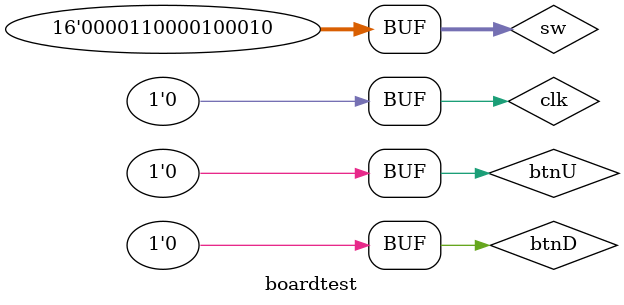
<source format=sv>
`timescale 1ns / 1ps

module boardtest();

    logic [15:0] sw;
    logic clk;
    logic btnU;//display
    logic btnD;//reset
    logic [6:0] seg;
    logic [3:0] an;
    logic dp;
    
    //instantiate device to be tested
    board_top top(sw,clk, btnU, btnD, seg, an, dp);
    
    assign sw = 16'b00001100_00100010;
    
    
    //initialize test
    initial
    begin
        btnD <= 1; btnU <= 0; #22; btnD <= 0;
    end
        
    //generate clock to sequence tests
    always
    begin
        clk <= 1; #5; clk <= 0; #5; 
    end

endmodule

</source>
